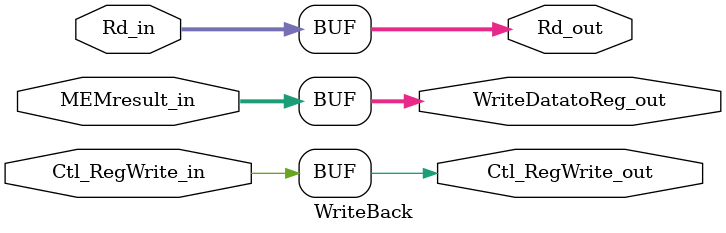
<source format=v>
`timescale 1ns / 1ps


module WriteBack(
	input Ctl_RegWrite_in,
	input [4:0] Rd_in,
	input [31:0] MEMresult_in,
	output reg Ctl_RegWrite_out,
	output reg [4:0] Rd_out,
	output reg [31:0] WriteDatatoReg_out
	);
	always @(*) begin
		Ctl_RegWrite_out		<= Ctl_RegWrite_in;
		Rd_out					<= Rd_in;
		WriteDatatoReg_out		<= MEMresult_in;
	end
endmodule
</source>
